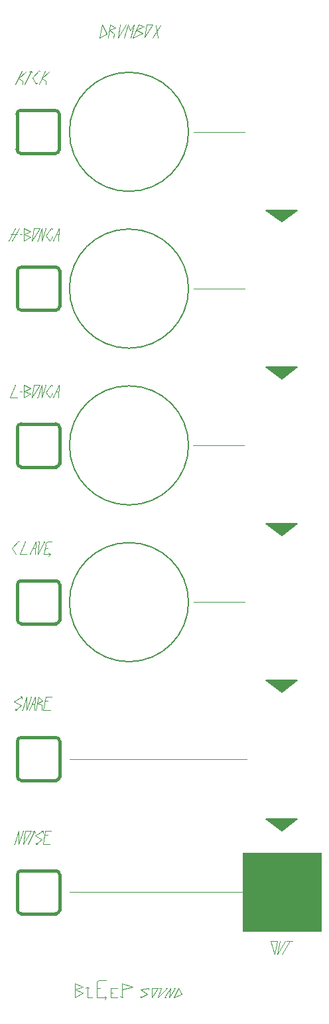
<source format=gto>
G04 #@! TF.GenerationSoftware,KiCad,Pcbnew,8.0.6-8.0.6-0~ubuntu22.04.1*
G04 #@! TF.CreationDate,2025-02-02T18:21:29+01:00*
G04 #@! TF.ProjectId,Drumbox,4472756d-626f-4782-9e6b-696361645f70,rev?*
G04 #@! TF.SameCoordinates,Original*
G04 #@! TF.FileFunction,Legend,Top*
G04 #@! TF.FilePolarity,Positive*
%FSLAX46Y46*%
G04 Gerber Fmt 4.6, Leading zero omitted, Abs format (unit mm)*
G04 Created by KiCad (PCBNEW 8.0.6-8.0.6-0~ubuntu22.04.1) date 2025-02-02 18:21:29*
%MOMM*%
%LPD*%
G01*
G04 APERTURE LIST*
%ADD10C,0.120000*%
%ADD11C,0.400000*%
%ADD12C,0.150000*%
%ADD13C,0.100000*%
%ADD14O,6.700000X4.200000*%
G04 APERTURE END LIST*
D10*
X181500000Y-73400000D02*
X181700000Y-73400000D01*
X180200000Y-74200000D02*
X181100000Y-74200000D01*
X184550000Y-94200000D02*
X185250000Y-94200000D01*
D11*
X181650000Y-103050000D02*
G75*
G02*
X181150000Y-102550000I0J500000D01*
G01*
D10*
X183900000Y-32475000D02*
X184000000Y-32575000D01*
X182000000Y-72600000D02*
X182000000Y-74200000D01*
X181300000Y-33500000D02*
X182200000Y-32600000D01*
D11*
X181650000Y-83050000D02*
G75*
G02*
X181150000Y-82550000I0J500000D01*
G01*
D10*
X183850000Y-112400000D02*
X183550000Y-114100000D01*
X196600000Y-26600000D02*
X195900000Y-28300000D01*
D11*
X181650000Y-97550000D02*
X186050000Y-97550000D01*
D10*
X185500000Y-52600000D02*
X185600000Y-52700000D01*
X182925000Y-129500000D02*
X181875000Y-131200000D01*
D11*
X181150000Y-78050000D02*
G75*
G02*
X181650000Y-77550000I500000J0D01*
G01*
D10*
X197400000Y-28250000D02*
X197650000Y-26650000D01*
D11*
X181650000Y-63050000D02*
G75*
G02*
X181150000Y-62550000I0J500000D01*
G01*
D10*
X181300000Y-129500000D02*
X181300000Y-131200000D01*
X192900000Y-27300000D02*
X193500000Y-27800000D01*
D11*
X186550000Y-62550000D02*
G75*
G02*
X186050000Y-63050000I-500000J0D01*
G01*
D10*
X188500001Y-148950000D02*
X188500001Y-150750000D01*
D11*
X186550000Y-78050000D02*
X186550000Y-82550000D01*
D10*
X184800000Y-72600000D02*
X184300000Y-74200000D01*
X194300000Y-26600000D02*
X194000000Y-28300000D01*
X194500001Y-148950000D02*
X194500001Y-150750000D01*
X184600000Y-130000000D02*
X185000000Y-130000000D01*
D11*
X186550000Y-135050000D02*
X186550000Y-139550000D01*
D10*
X181450000Y-94200000D02*
X182350000Y-94200000D01*
X184800000Y-52600000D02*
X184700000Y-52600000D01*
X181900000Y-129500000D02*
X181300000Y-131200000D01*
X183225000Y-52600000D02*
X184025000Y-52600000D01*
X182800000Y-73000000D02*
X182000000Y-72600000D01*
D11*
X186550000Y-139550000D02*
G75*
G02*
X186050000Y-140050000I-500000J0D01*
G01*
D10*
X180850000Y-114100000D02*
X181050000Y-114100000D01*
X182900000Y-32500000D02*
X183000000Y-32700000D01*
X180800000Y-131200000D02*
X180700000Y-131200000D01*
X183450000Y-112400000D02*
X182650000Y-114100000D01*
X184400000Y-131200000D02*
X184700000Y-129500000D01*
X201700001Y-149550000D02*
X202100001Y-150350000D01*
X193700000Y-27000000D02*
X192900000Y-27300000D01*
D11*
X186500000Y-42550000D02*
G75*
G02*
X186000000Y-43050000I-500000J0D01*
G01*
X186550000Y-122550000D02*
G75*
G02*
X186050000Y-123050000I-500000J0D01*
G01*
D10*
X182000000Y-54200000D02*
X182800000Y-53700000D01*
D11*
X186550000Y-102550000D02*
G75*
G02*
X186050000Y-103050000I-500000J0D01*
G01*
D12*
X203000000Y-40300000D02*
G75*
G02*
X187800000Y-40300000I-7600000J0D01*
G01*
X187800000Y-40300000D02*
G75*
G02*
X203000000Y-40300000I7600000J0D01*
G01*
D10*
X196300000Y-27300000D02*
X197300000Y-26900000D01*
D11*
X181650000Y-57550000D02*
X186050000Y-57550000D01*
D10*
X184800000Y-52600000D02*
X184300000Y-54200000D01*
X199500001Y-149550000D02*
X199100001Y-150750000D01*
D11*
X181150000Y-98050000D02*
G75*
G02*
X181650000Y-97550000I500000J0D01*
G01*
D10*
X198800000Y-26700000D02*
X199100000Y-28300000D01*
X196000000Y-26600000D02*
X195600000Y-28300000D01*
X183700000Y-113250000D02*
X184250000Y-113400000D01*
X184750000Y-93400000D02*
X185050000Y-93400000D01*
X194300001Y-150550000D02*
X194500001Y-150750000D01*
D11*
X181600000Y-43050000D02*
G75*
G02*
X181100000Y-42550000I0J500000D01*
G01*
D10*
X201300001Y-149550000D02*
X201100001Y-149550000D01*
D11*
X186050000Y-57550000D02*
G75*
G02*
X186550000Y-58050000I0J-500000D01*
G01*
D10*
X199500001Y-149550000D02*
X199300001Y-149550000D01*
X180300000Y-53400000D02*
X181100000Y-53400000D01*
X213950000Y-145250000D02*
X213450000Y-143550000D01*
D11*
X186050000Y-97550000D02*
G75*
G02*
X186550000Y-98050000I0J-500000D01*
G01*
D10*
X183900000Y-34200000D02*
X184700000Y-32500000D01*
X181800000Y-33800000D02*
X181800000Y-34200000D01*
X185550000Y-53600000D02*
X185650000Y-53700000D01*
X196900001Y-149750000D02*
X197700001Y-150350000D01*
X184600000Y-92600000D02*
X184500000Y-92600000D01*
X181300000Y-92500000D02*
X181400000Y-92600000D01*
X191300001Y-148950000D02*
G75*
G02*
X191700001Y-148550001I399999J0D01*
G01*
X186400000Y-53400000D02*
X186100000Y-53400000D01*
X197900001Y-149550000D02*
X196900001Y-149750000D01*
X183900000Y-92600000D02*
X183800000Y-94200000D01*
X185500000Y-72600000D02*
X185600000Y-72700000D01*
X183900000Y-92600000D02*
X183800000Y-92600000D01*
X186500000Y-72600000D02*
X185700000Y-74200000D01*
X214650000Y-143550000D02*
X214350000Y-145250000D01*
D11*
X186550000Y-118050000D02*
X186550000Y-122550000D01*
D10*
X184400000Y-129500000D02*
X183400000Y-130100000D01*
X214350000Y-145250000D02*
X215350000Y-143550000D01*
X181650000Y-113500000D02*
X180850000Y-114100000D01*
X184750000Y-112400000D02*
X185550000Y-112400000D01*
X185500000Y-72600000D02*
X184800000Y-73500000D01*
X182100000Y-34200000D02*
X182900000Y-32500000D01*
X185350000Y-94200000D02*
X185150000Y-94400000D01*
X186500000Y-72600000D02*
X186400000Y-74200000D01*
X184800000Y-72600000D02*
X184700000Y-72600000D01*
X184250000Y-113400000D02*
X184250000Y-114100000D01*
X181750000Y-112400000D02*
X181750000Y-112600000D01*
X182350000Y-112400000D02*
X182350000Y-114100000D01*
X182800000Y-53700000D02*
X182000000Y-53400000D01*
D12*
X214900000Y-71800000D02*
X212900000Y-70300000D01*
X216900000Y-70300000D01*
X214900000Y-71800000D01*
G36*
X214900000Y-71800000D02*
G01*
X212900000Y-70300000D01*
X216900000Y-70300000D01*
X214900000Y-71800000D01*
G37*
D10*
X184300000Y-130600000D02*
X183500000Y-131200000D01*
X182000000Y-73400000D02*
X182800000Y-73000000D01*
X192500001Y-150750000D02*
X192300001Y-150550000D01*
X183300000Y-129500000D02*
X183100000Y-129600000D01*
X184350000Y-112900000D02*
X183700000Y-113250000D01*
X182350000Y-112400000D02*
X181850000Y-114100000D01*
X190100001Y-150750000D02*
X190700001Y-150750000D01*
X184650000Y-112900000D02*
X185050000Y-112900000D01*
X199900001Y-150750000D02*
X200100001Y-150750000D01*
X181750000Y-112400000D02*
X180750000Y-113000000D01*
X189500001Y-150150000D02*
X188500001Y-149750000D01*
X184400000Y-131200000D02*
X185300000Y-131200000D01*
X199450000Y-26700000D02*
X198400000Y-28300000D01*
X182950000Y-112400000D02*
X182350000Y-114100000D01*
X183400000Y-130100000D02*
X184300000Y-130600000D01*
X191300001Y-149550000D02*
X191700001Y-149550000D01*
X183450000Y-112400000D02*
X183350000Y-114100000D01*
D11*
X181150000Y-58050000D02*
X181150000Y-62550000D01*
X186050000Y-134550000D02*
G75*
G02*
X186550000Y-135050000I0J-500000D01*
G01*
X181150000Y-98050000D02*
X181150000Y-102550000D01*
D10*
X192600000Y-27800000D02*
X192000000Y-26600000D01*
X186400000Y-73400000D02*
X186100000Y-73400000D01*
X190100001Y-149350000D02*
X189900001Y-149550000D01*
X199100001Y-149550000D02*
X198300001Y-149550000D01*
X184450000Y-114100000D02*
X185350000Y-114100000D01*
X181875000Y-131200000D02*
X182125000Y-129500000D01*
X184700000Y-129500000D02*
X185500000Y-129500000D01*
X182150000Y-92600000D02*
X181450000Y-94200000D01*
X191300001Y-150750000D02*
X192500001Y-150750000D01*
X198300001Y-149550000D02*
X198300001Y-150750000D01*
D11*
X181650000Y-123050000D02*
G75*
G02*
X181150000Y-122550000I0J500000D01*
G01*
D10*
X193100001Y-150750000D02*
X193900001Y-150750000D01*
X181850000Y-114100000D02*
X181750000Y-114100000D01*
X192500001Y-150750000D02*
X192300001Y-150950000D01*
D12*
X214888000Y-51800000D02*
X212888000Y-50300000D01*
X216888000Y-50300000D01*
X214888000Y-51800000D01*
G36*
X214888000Y-51800000D02*
G01*
X212888000Y-50300000D01*
X216888000Y-50300000D01*
X214888000Y-51800000D01*
G37*
D10*
X195900001Y-149350000D02*
X194500001Y-149750000D01*
D11*
X181650000Y-117550000D02*
X186050000Y-117550000D01*
D10*
X185500000Y-52600000D02*
X184800000Y-53500000D01*
X184800000Y-53500000D02*
X185300000Y-54200000D01*
X210200000Y-137300000D02*
X187800000Y-137300000D01*
X182000000Y-52600000D02*
X182000000Y-54200000D01*
X184025000Y-72600000D02*
X182975000Y-74200000D01*
X199100001Y-150750000D02*
X200300001Y-149550000D01*
X180900000Y-52600000D02*
X180000000Y-54200000D01*
X183450000Y-93400000D02*
X183150000Y-93400000D01*
X213450000Y-143550000D02*
X214350000Y-143550000D01*
D11*
X181150000Y-135050000D02*
X181150000Y-139550000D01*
D10*
X182125000Y-129500000D02*
X182925000Y-129500000D01*
X196900001Y-150750000D02*
X196900001Y-150550000D01*
X200700001Y-149550000D02*
X199900001Y-150750000D01*
D11*
X181150000Y-78050000D02*
X181150000Y-82550000D01*
D10*
X198300001Y-150750000D02*
X199100001Y-149550000D01*
X194000000Y-28300000D02*
X195000000Y-26600000D01*
X193100001Y-149550000D02*
X193100001Y-150750000D01*
X195500000Y-27350000D02*
X195300000Y-26600000D01*
X189500001Y-149350000D02*
X188500001Y-148950000D01*
X182900000Y-32500000D02*
X182700000Y-32600000D01*
X180450000Y-93450000D02*
X180950000Y-94200000D01*
D11*
X181150000Y-58050000D02*
G75*
G02*
X181650000Y-57550000I500000J0D01*
G01*
D10*
X183550000Y-34175000D02*
X183650000Y-34075000D01*
X181300000Y-92500000D02*
X180450000Y-93450000D01*
D11*
X186500000Y-38050000D02*
X186500000Y-42550000D01*
D10*
X183225000Y-72600000D02*
X184025000Y-72600000D01*
X183500000Y-131200000D02*
X183700000Y-131200000D01*
D11*
X186050000Y-83050000D02*
X181650000Y-83050000D01*
D10*
X191700001Y-148550000D02*
X192500001Y-148550000D01*
X193100001Y-149550000D02*
X193900001Y-149550000D01*
X183800000Y-54200000D02*
X183700000Y-54200000D01*
X184800000Y-73500000D02*
X185300000Y-74200000D01*
X184400000Y-129500000D02*
X184200000Y-129500000D01*
X181750000Y-112400000D02*
X181550000Y-112300000D01*
X184400000Y-129500000D02*
X184400000Y-129700000D01*
X200700001Y-149550000D02*
X200500001Y-150750000D01*
X197650000Y-26650000D02*
X198450000Y-26650000D01*
X184300000Y-52600000D02*
X184300000Y-54200000D01*
D11*
X181100000Y-38050000D02*
G75*
G02*
X181600000Y-37550000I500000J0D01*
G01*
X186050000Y-77550000D02*
G75*
G02*
X186550000Y-78050000I0J-500000D01*
G01*
D10*
X194500001Y-148950000D02*
X195900001Y-149350000D01*
X184300000Y-72600000D02*
X183800000Y-74200000D01*
X185550000Y-73600000D02*
X185650000Y-73700000D01*
X185150000Y-92600000D02*
X185550000Y-92600000D01*
X182500000Y-131200000D02*
X183300000Y-129500000D01*
D11*
X186050000Y-117550000D02*
G75*
G02*
X186550000Y-118050000I0J-500000D01*
G01*
D10*
X198450000Y-26650000D02*
X197400000Y-28250000D01*
X185300000Y-54200000D02*
X185650000Y-53700000D01*
X182800000Y-53000000D02*
X182000000Y-52600000D01*
D12*
X203000000Y-100300000D02*
G75*
G02*
X187800000Y-100300000I-7600000J0D01*
G01*
X187800000Y-100300000D02*
G75*
G02*
X203000000Y-100300000I7600000J0D01*
G01*
D10*
X185300000Y-74200000D02*
X185650000Y-73700000D01*
X184800000Y-33800000D02*
X184800000Y-34200000D01*
X194500001Y-150750000D02*
X194500001Y-150550000D01*
X184300000Y-33500000D02*
X185200000Y-32600000D01*
D12*
X202999999Y-60300000D02*
G75*
G02*
X187799999Y-60300000I-7600000J0D01*
G01*
X187799999Y-60300000D02*
G75*
G02*
X202999999Y-60300000I7600000J0D01*
G01*
D10*
X184450000Y-114100000D02*
X184750000Y-112400000D01*
X193000000Y-26600000D02*
X193700000Y-27000000D01*
X200300001Y-149550000D02*
X200100001Y-149550000D01*
D11*
X186050000Y-63050000D02*
X181650000Y-63050000D01*
D10*
X183850000Y-112400000D02*
X184350000Y-112900000D01*
D12*
X214900000Y-111750000D02*
X212900000Y-110250000D01*
X216900000Y-110250000D01*
X214900000Y-111750000D01*
G36*
X214900000Y-111750000D02*
G01*
X212900000Y-110250000D01*
X216900000Y-110250000D01*
X214900000Y-111750000D01*
G37*
D10*
X183500000Y-131200000D02*
X183500000Y-131000000D01*
X193000000Y-26600000D02*
X192700000Y-28300000D01*
X210150000Y-100300000D02*
X203650000Y-100300000D01*
X193500000Y-27800000D02*
X193400000Y-28300000D01*
X196000000Y-26600000D02*
X195500000Y-27350000D01*
D11*
X186000000Y-43050000D02*
X181600000Y-43050000D01*
D10*
X182975000Y-54200000D02*
X183225000Y-52600000D01*
X191600000Y-28300000D02*
X192600000Y-27800000D01*
X182000000Y-74200000D02*
X182800000Y-73700000D01*
X209900000Y-132300000D02*
X219900000Y-132300000D01*
X219900000Y-142300000D01*
X209900000Y-142300000D01*
X209900000Y-132300000D01*
G36*
X209900000Y-132300000D02*
G01*
X219900000Y-132300000D01*
X219900000Y-142300000D01*
X209900000Y-142300000D01*
X209900000Y-132300000D01*
G37*
D11*
X181100000Y-38050000D02*
X181100000Y-42550000D01*
D10*
X182800000Y-73700000D02*
X182000000Y-73400000D01*
D11*
X181150000Y-118050000D02*
G75*
G02*
X181650000Y-117550000I500000J0D01*
G01*
X181150000Y-135050000D02*
G75*
G02*
X181650000Y-134550000I500000J0D01*
G01*
D10*
X180900000Y-72600000D02*
X180200000Y-74200000D01*
X183800000Y-74200000D02*
X183700000Y-74200000D01*
D11*
X186050000Y-123050000D02*
X181650000Y-123050000D01*
D10*
X184300000Y-72600000D02*
X184300000Y-74200000D01*
D11*
X181650000Y-140050000D02*
G75*
G02*
X181150000Y-139550000I0J500000D01*
G01*
D10*
X210150000Y-40300000D02*
X203650000Y-40300000D01*
D11*
X186550000Y-82550000D02*
G75*
G02*
X186050000Y-83050000I-500000J0D01*
G01*
D10*
X183050000Y-33425000D02*
X183550000Y-34175000D01*
D11*
X186000000Y-37550000D02*
G75*
G02*
X186500000Y-38050000I0J-500000D01*
G01*
D10*
X180750000Y-113000000D02*
X181650000Y-113500000D01*
X184750000Y-93000000D02*
G75*
G02*
X185150000Y-92600000I400000J0D01*
G01*
X184025000Y-52600000D02*
X182975000Y-54200000D01*
X184300000Y-52600000D02*
X183800000Y-54200000D01*
X183300000Y-129500000D02*
X183400000Y-129700000D01*
X210450000Y-120300000D02*
X187800000Y-120300000D01*
X194500001Y-150750000D02*
X194700001Y-150550000D01*
D11*
X186550000Y-98050000D02*
X186550000Y-102550000D01*
D12*
X214900000Y-91800000D02*
X212900000Y-90300000D01*
X216900000Y-90300000D01*
X214900000Y-91800000D01*
G36*
X214900000Y-91800000D02*
G01*
X212900000Y-90300000D01*
X216900000Y-90300000D01*
X214900000Y-91800000D01*
G37*
D10*
X184600000Y-92600000D02*
X183800000Y-94200000D01*
X183350000Y-113300000D02*
X183050000Y-113300000D01*
X190100001Y-149350000D02*
X190300001Y-149550000D01*
D12*
X202999999Y-80300000D02*
G75*
G02*
X187799999Y-80300000I-7600000J0D01*
G01*
X187799999Y-80300000D02*
G75*
G02*
X202999999Y-80300000I7600000J0D01*
G01*
D11*
X186050000Y-103050000D02*
X181650000Y-103050000D01*
D10*
X180900000Y-34200000D02*
X181700000Y-32500000D01*
X181900000Y-129500000D02*
X181800000Y-129500000D01*
X182950000Y-112400000D02*
X182850000Y-112400000D01*
X180850000Y-114100000D02*
X180850000Y-113900000D01*
D11*
X181600000Y-37550000D02*
X186000000Y-37550000D01*
D10*
X185350000Y-94200000D02*
X185150000Y-94000000D01*
X188500001Y-150750000D02*
X189500001Y-150150000D01*
D11*
X181150000Y-118050000D02*
X181150000Y-122550000D01*
D10*
X186500000Y-52600000D02*
X186400000Y-54200000D01*
X184300000Y-33500000D02*
X184800000Y-33800000D01*
X215950000Y-143550000D02*
X214950000Y-145250000D01*
X214350000Y-143550000D02*
X213950000Y-145250000D01*
X197700001Y-150350000D02*
X196900001Y-150750000D01*
X197300000Y-26900000D02*
X196600000Y-26600000D01*
X183550000Y-92600000D02*
X183450000Y-94200000D01*
X180900000Y-72600000D02*
X180800000Y-72600000D01*
X182150000Y-92600000D02*
X182050000Y-92600000D01*
X182000000Y-53400000D02*
X182800000Y-53000000D01*
D11*
X181650000Y-134550000D02*
X186050000Y-134550000D01*
D10*
X184750000Y-93000000D02*
X184550000Y-94200000D01*
D12*
X214900000Y-129500000D02*
X212900000Y-128000000D01*
X216900000Y-128000000D01*
X214900000Y-129500000D01*
G36*
X214900000Y-129500000D02*
G01*
X212900000Y-128000000D01*
X216900000Y-128000000D01*
X214900000Y-129500000D01*
G37*
D10*
X193100001Y-150150000D02*
X193300001Y-150150000D01*
X180950000Y-94200000D02*
X181050000Y-94100000D01*
X215550000Y-143550000D02*
X216250000Y-143550000D01*
X195900000Y-28300000D02*
X197100000Y-27700000D01*
X210149999Y-60300000D02*
X203649999Y-60300000D01*
X181500000Y-53400000D02*
X181700000Y-53400000D01*
X181300000Y-33500000D02*
X181800000Y-33800000D01*
D11*
X186050000Y-140050000D02*
X181650000Y-140050000D01*
D10*
X192000000Y-26600000D02*
X191600000Y-28300000D01*
X188500001Y-149750000D02*
X189500001Y-149350000D01*
X183550000Y-92600000D02*
X182750000Y-94200000D01*
X186500000Y-52600000D02*
X185700000Y-54200000D01*
X195300000Y-26600000D02*
X194800000Y-28300000D01*
X197100000Y-27700000D02*
X196300000Y-27300000D01*
X181400000Y-52600000D02*
X180500000Y-54200000D01*
X190100001Y-149350000D02*
X190100001Y-150750000D01*
D11*
X186550000Y-58050000D02*
X186550000Y-62550000D01*
D10*
X181300000Y-129500000D02*
X180800000Y-131200000D01*
X201700001Y-149550000D02*
X201100001Y-150750000D01*
D11*
X181650000Y-77550000D02*
X186050000Y-77550000D01*
D10*
X197900001Y-149550000D02*
X197900001Y-149750000D01*
X183900000Y-32475000D02*
X183050000Y-33425000D01*
X200500001Y-150750000D02*
X201300001Y-149550000D01*
X201100001Y-150750000D02*
X202100001Y-150350000D01*
X182975000Y-74200000D02*
X183225000Y-72600000D01*
X191300001Y-148950000D02*
X191300001Y-150750000D01*
X210099999Y-80300000D02*
X203599999Y-80300000D01*
%LPC*%
D13*
X186150000Y-139600000D02*
X181550000Y-139600000D01*
X181550000Y-135000000D01*
X186150000Y-135000000D01*
X186150000Y-139600000D01*
G36*
X186150000Y-139600000D02*
G01*
X181550000Y-139600000D01*
X181550000Y-135000000D01*
X186150000Y-135000000D01*
X186150000Y-139600000D01*
G37*
X186100000Y-42600000D02*
X181500000Y-42600000D01*
X181500000Y-38000000D01*
X186100000Y-38000000D01*
X186100000Y-42600000D01*
G36*
X186100000Y-42600000D02*
G01*
X181500000Y-42600000D01*
X181500000Y-38000000D01*
X186100000Y-38000000D01*
X186100000Y-42600000D01*
G37*
X186150000Y-82600000D02*
X181550000Y-82600000D01*
X181550000Y-78000000D01*
X186150000Y-78000000D01*
X186150000Y-82600000D01*
G36*
X186150000Y-82600000D02*
G01*
X181550000Y-82600000D01*
X181550000Y-78000000D01*
X186150000Y-78000000D01*
X186150000Y-82600000D01*
G37*
X186150000Y-122600000D02*
X181550000Y-122600000D01*
X181550000Y-118000000D01*
X186150000Y-118000000D01*
X186150000Y-122600000D01*
G36*
X186150000Y-122600000D02*
G01*
X181550000Y-122600000D01*
X181550000Y-118000000D01*
X186150000Y-118000000D01*
X186150000Y-122600000D01*
G37*
X186150000Y-102600000D02*
X181550000Y-102600000D01*
X181550000Y-98000000D01*
X186150000Y-98000000D01*
X186150000Y-102600000D01*
G36*
X186150000Y-102600000D02*
G01*
X181550000Y-102600000D01*
X181550000Y-98000000D01*
X186150000Y-98000000D01*
X186150000Y-102600000D01*
G37*
X186150000Y-62600000D02*
X181550000Y-62600000D01*
X181550000Y-58000000D01*
X186150000Y-58000000D01*
X186150000Y-62600000D01*
G36*
X186150000Y-62600000D02*
G01*
X181550000Y-62600000D01*
X181550000Y-58000000D01*
X186150000Y-58000000D01*
X186150000Y-62600000D01*
G37*
D14*
X177400000Y-27800000D03*
X213400000Y-27800000D03*
X177400000Y-150300000D03*
X213400000Y-150300000D03*
%LPD*%
M02*

</source>
